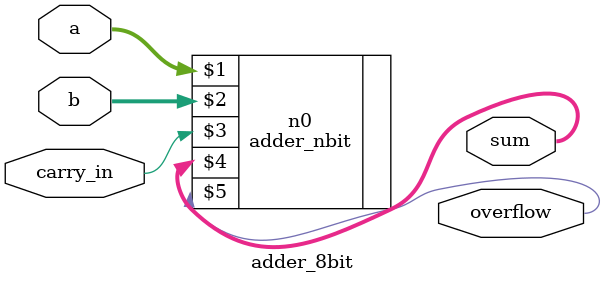
<source format=sv>

module adder_8bit
(
	input wire [7:0] a,
	input wire [7:0] b,
	input wire carry_in,
	output wire [7:0] sum,
	output wire overflow
);

	// STUDENT: Fill in the correct port map with parameter override syntax for using your n-bit ripple carry adder design to be an 8-bit ripple carry adder design
	adder_nbit #(8) n0 (a, b, carry_in, sum, overflow);
endmodule

</source>
